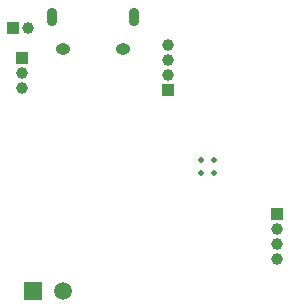
<source format=gbs>
G04*
G04 #@! TF.GenerationSoftware,Altium Limited,Altium Designer,19.1.7 (138)*
G04*
G04 Layer_Color=16711935*
%FSLAX44Y44*%
%MOMM*%
G71*
G01*
G75*
%ADD35R,1.0000X1.0000*%
%ADD36C,1.0000*%
%ADD37R,1.0000X1.0000*%
%ADD38O,1.2500X0.9500*%
%ADD39O,0.9000X1.5500*%
%ADD40C,1.5000*%
%ADD41R,1.5000X1.5000*%
%ADD42C,0.5000*%
D35*
X971804Y890016D02*
D03*
D36*
X984504D02*
D03*
X979932Y839724D02*
D03*
Y852424D02*
D03*
X1102868Y850900D02*
D03*
Y863600D02*
D03*
Y876300D02*
D03*
X1195832Y694436D02*
D03*
Y707136D02*
D03*
Y719836D02*
D03*
D37*
X979932Y865124D02*
D03*
X1102868Y838200D02*
D03*
X1195832Y732536D02*
D03*
D38*
X1014674Y872922D02*
D03*
X1064674D02*
D03*
D39*
X1004674Y899922D02*
D03*
X1074674D02*
D03*
D40*
X1013968Y667766D02*
D03*
D41*
X988568D02*
D03*
D42*
X1131150Y778380D02*
D03*
X1142150D02*
D03*
X1131150Y767380D02*
D03*
X1142150D02*
D03*
M02*

</source>
